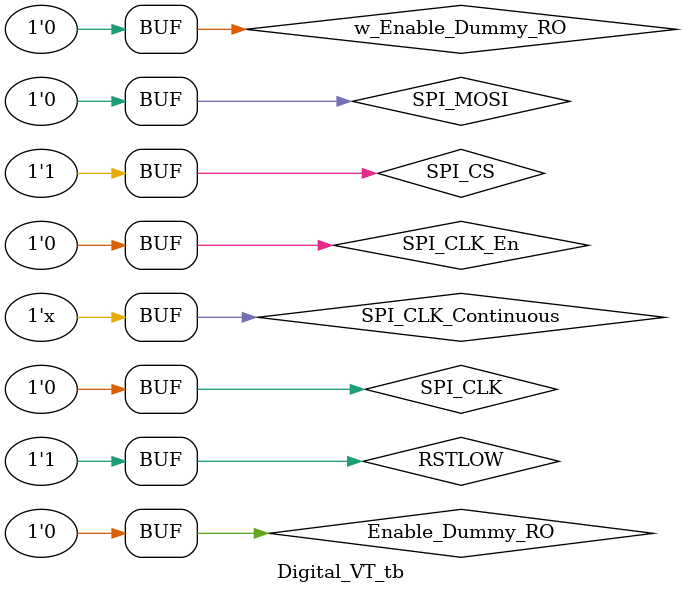
<source format=v>
`timescale 1ps / 100fs

module Digital_VT_tb;

//////////// Delcaring wires & registers ////////////
reg SPI_CS, SPI_CLK_Continuous, SPI_MOSI;
reg RSTLOW;
wire ROMUX_out, ENABLE_RO, SPI_MISO;
wire [63:0] RXDATA;

wire SPI_CLK;
reg SPI_CLK_En;
reg Enable_Dummy_RO;

wire w_Enable_Dummy_RO;

assign SPI_CLK = SPI_CLK_Continuous & SPI_CLK_En;
assign w_Enable_Dummy_RO = Enable_Dummy_RO;

//////////// Call TDU top level ////////////
DigitalVTSensor_Top_V3_WDummy TDU(
.RSTLOW(RSTLOW),
.SPI_MOSI(SPI_MOSI),
.SPI_CLK(SPI_CLK),
.SPI_CS(SPI_CS),
.SPI_MISO(SPI_MISO),
.Enable_Dummy_RO(w_Enable_Dummy_RO)
);

//////////// testbench ////////////
initial 
begin
    RSTLOW = 1'b0;
    SPI_CS = 1'b1;
    SPI_MOSI = 1'b0;
    SPI_CLK_En = 1'b0;
    SPI_CLK_Continuous = 1'b1;
    Enable_Dummy_RO = 1'b0;

    // 1st SPI session (+800ns)
    #5000           // after 5ns, rst goes low (5n)
    RSTLOW = 1'b1;

    #1000           // after 1ns, CS goes low, starting the test (6n)
    SPI_CS = 1'b0;

    #2000           // after 2ns, SPI_CLK_En goes high, enables the SPI Clk (8n)
    SPI_CLK_En = 1'b1;

    //  [59] = 1'b1, 5th clock edge, set the SPI clock counter to 32
    #40000         // after 310ns(2 to 50ns, the 5th pos-edge), input a 1'b1 (48n)
    SPI_MOSI = 1'b1;

    #9000         // after 9ns(2 after 50ns, the 5th neg-edge), changes back to 1'b0 (57n)
    SPI_MOSI = 1'b0;

    //  [32] = 1'b1, 32nd clock edge, enables R1
    #261000         // after 310ns(2 to 320ns, the 32nd pos-edge), input a 1'b1 (318n)
    SPI_MOSI = 1'b1;

    #9000         // after 9ns(2 after 325nns, the 32nd neg-edge), changes back to 1'b0 (327n)
    SPI_MOSI = 1'b0;
    
    #320000         // after 280ns, SPI_CLK_En goes low to ensure 64 periods (640ns for 640 edges, 5ns for the last lower edge, 2ns of later headroom) (647n)
    SPI_CLK_En = 1'b0;

    #1000           // after 1ns, CS goes high (648n)
    SPI_CS = 1'b1;

    // until here the timing is 648ns, the 1st SPI slot is over
    #152000           // compensate to 800ns

    // Repeat SPI session (+800ns)
    #6000           // after 6ns, CS goes low, starting the test (6n)
    SPI_CS = 1'b0;

    #2000           // after 2ns, SPI_CLK_En goes high, enables the SPI Clk (8n)
    SPI_CLK_En = 1'b1;

    //  [59] = 1'b1, 5th clock edge, set the SPI clock counter to 32
    #40000         // after 310ns(2 to 50ns, the 5th pos-edge), input a 1'b1 (48n)
    SPI_MOSI = 1'b1;

    #9000         // after 9ns(2 after 50ns, the 5th neg-edge), changes back to 1'b0 (57n)
    SPI_MOSI = 1'b0;

    //  [32] = 1'b1, 32nd clock edge, enables R1
    #261000         // after 310ns(2 to 320ns, the 32nd pos-edge), input a 1'b1 (318n)
    SPI_MOSI = 1'b1;

    #9000         // after 9ns(2 after 325nns, the 32nd neg-edge), changes back to 1'b0 (327n)
    SPI_MOSI = 1'b0;
    
    #320000         // after 280ns, SPI_CLK_En goes low to ensure 64 periods (640ns for 640 edges, 5ns for the last lower edge, 2ns of later headroom) (647n)
    SPI_CLK_En = 1'b0;

    #1000           // after 1ns, CS goes high (648n)
    SPI_CS = 1'b1;

    // until here the timing is 648ns, the 2nd SPI slot is over
    #152000           // compensate to 800ns

    // Repeat SPI session (+1600ns)
    #6000           // after 6ns, CS goes low, starting the test (6ns)
    SPI_CS = 1'b0;

    #2000           // after 2ns, SPI_CLK_En goes high, enables the SPI Clk (8n)
    SPI_CLK_En = 1'b1;

    //  [59] = 1'b1, 5th clock edge, set the SPI clock counter to 32
    #40000         // after 310ns(2 to 50ns, the 5th pos-edge), input a 1'b1 (48n)
    SPI_MOSI = 1'b1;

    #9000         // after 9ns(2 after 50ns, the 5th neg-edge), changes back to 1'b0 (57n)
    SPI_MOSI = 1'b0;

    //  [32] = 1'b1, 32nd clock edge, enables R1
    #261000         // after 310ns(2 to 320ns, the 32nd pos-edge), input a 1'b1 (318n)
    SPI_MOSI = 1'b1;

    #9000         // after 9ns(2 after 325nns, the 32nd neg-edge), changes back to 1'b0 (327n)
    SPI_MOSI = 1'b0;
    
    #320000         // after 280ns, SPI_CLK_En goes low to ensure 64 periods (640ns for 640 edges, 5ns for the last lower edge, 2ns of later headroom) (647n)
    SPI_CLK_En = 1'b0;

    #1000           // after 1ns, CS goes high (648n)
    SPI_CS = 1'b1;

    // until here the timing is 648ns, the 3rd SPI slot is over
    //#152000           // compensate to 800ns
    //$finish

end

always 
begin
    #5000 SPI_CLK_Continuous = ~SPI_CLK_Continuous;      // 100MHz Continuous SPI Clk
end

endmodule


</source>
